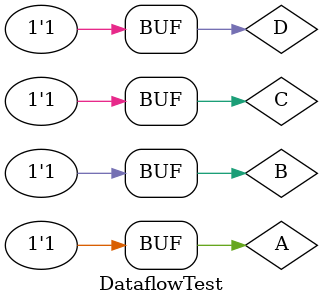
<source format=v>
`timescale 1ns / 1ps

module DataflowTest; // this is the test module for testing the Dataflow version
    
    reg A, B, C, D;
    wire led1;
    
    Dataflow uut (
    
    .A(A),
    .B(B),
    .C(C),
    .D(D),
    .led1(led1));
    
initial begin // go through every combination of inputs
    
    #100
    A = 0;  B = 0; C = 0; D = 0; //0

    #100
    A = 0;  B = 0; C = 0; D = 1; //1

    #100
    A = 0;  B = 0; C = 1; D = 0; //2

    #100
    A = 0;  B = 0; C = 1; D = 1; //3

    #100
    A = 0;  B = 1; C = 0; D = 0; //4

    #100
    A = 0;  B = 1; C = 0; D = 1; //5

    #100
    A = 0;  B = 1; C = 1; D = 0; //6

    #100
    A = 0;  B = 1; C = 1; D = 1; //7

    #100
    A = 1;  B = 0; C = 0; D = 0; //8

    #100
    A = 1;  B = 0; C = 0; D = 1; //9

    #100
    A = 1;  B = 0; C = 1; D = 0; //10

    #100
    A = 1;  B = 0; C = 1; D = 1; //11

    #100
    A = 1;  B = 1; C = 0; D = 0; //12

    #100
    A = 1;  B = 1; C = 0; D = 1; //13

    #100
    A = 1;  B = 1; C = 1; D = 0; //14

    #100
    A = 1;  B = 1; C = 1; D = 1; //15

   
    
end

    
endmodule

</source>
